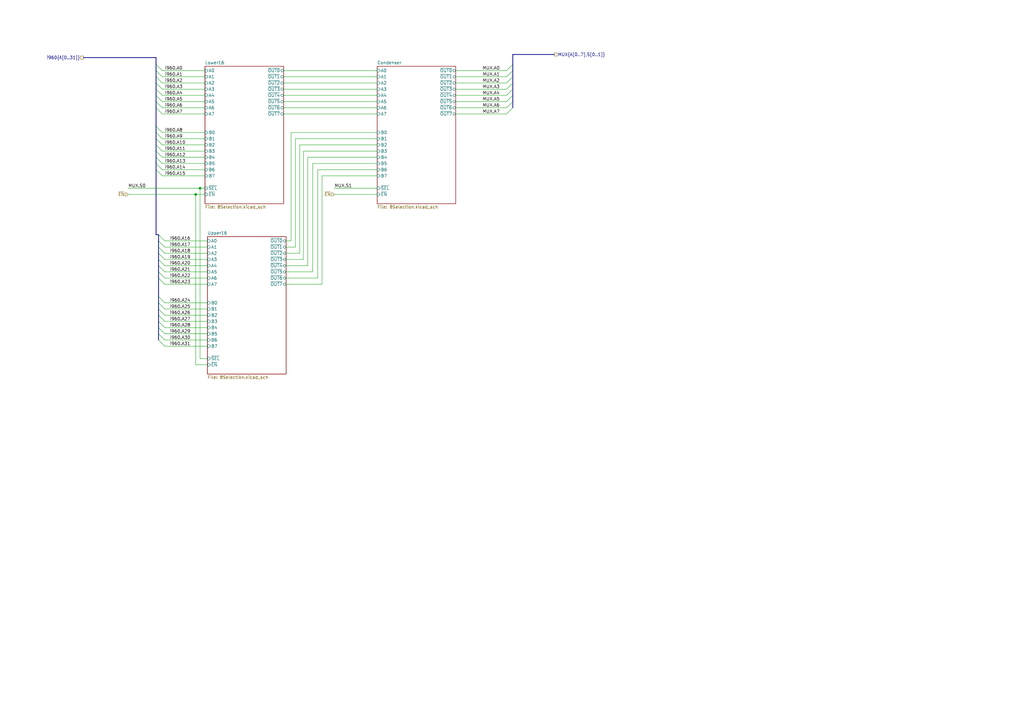
<source format=kicad_sch>
(kicad_sch (version 20211123) (generator eeschema)
  (paper "A3")
  (title_block (date "2022-05-13") (rev "1") (company "Joshua Scoggins"))
  (lib_symbols)
  (junction (at 82.042 77.216))
  (junction (at 80.264 79.756))
  (bus_entry (at 65.024 129.286) (size 2.54 2.54))
  (bus_entry (at 65.024 124.206) (size 2.54 2.54))
  (bus_entry (at 65.024 134.366) (size 2.54 2.54))
  (bus_entry (at 64.008 51.816) (size 2.54 2.54))
  (bus_entry (at 207.772 44.196) (size 2.54 -2.54))
  (bus_entry (at 64.008 69.596) (size 2.54 2.54))
  (bus_entry (at 64.008 28.956) (size 2.54 2.54))
  (bus_entry (at 64.008 34.036) (size 2.54 2.54))
  (bus_entry (at 207.772 36.576) (size 2.54 -2.54))
  (bus_entry (at 65.024 136.906) (size 2.54 2.54))
  (bus_entry (at 207.772 34.036) (size 2.54 -2.54))
  (bus_entry (at 65.024 106.426) (size 2.54 2.54))
  (bus_entry (at 65.024 111.506) (size 2.54 2.54))
  (bus_entry (at 207.772 46.736) (size 2.54 -2.54))
  (bus_entry (at 65.024 131.826) (size 2.54 2.54))
  (bus_entry (at 64.008 56.896) (size 2.54 2.54))
  (bus_entry (at 65.024 103.886) (size 2.54 2.54))
  (bus_entry (at 65.024 96.266) (size 2.54 2.54))
  (bus_entry (at 65.024 126.746) (size 2.54 2.54))
  (bus_entry (at 64.008 59.436) (size 2.54 2.54))
  (bus_entry (at 65.024 114.046) (size 2.54 2.54))
  (bus_entry (at 207.772 41.656) (size 2.54 -2.54))
  (bus_entry (at 64.008 54.356) (size 2.54 2.54))
  (bus_entry (at 64.008 26.416) (size 2.54 2.54))
  (bus_entry (at 64.008 41.656) (size 2.54 2.54))
  (bus_entry (at 65.024 121.666) (size 2.54 2.54))
  (bus_entry (at 64.008 36.576) (size 2.54 2.54))
  (bus_entry (at 64.008 67.056) (size 2.54 2.54))
  (bus_entry (at 64.008 39.116) (size 2.54 2.54))
  (bus_entry (at 207.772 31.496) (size 2.54 -2.54))
  (bus_entry (at 64.008 31.496) (size 2.54 2.54))
  (bus_entry (at 65.024 101.346) (size 2.54 2.54))
  (bus_entry (at 207.772 28.956) (size 2.54 -2.54))
  (bus_entry (at 64.008 44.196) (size 2.54 2.54))
  (bus_entry (at 207.772 39.116) (size 2.54 -2.54))
  (bus_entry (at 65.024 139.446) (size 2.54 2.54))
  (bus_entry (at 65.024 98.806) (size 2.54 2.54))
  (bus_entry (at 65.024 108.966) (size 2.54 2.54))
  (bus_entry (at 64.008 64.516) (size 2.54 2.54))
  (bus_entry (at 64.008 61.976) (size 2.54 2.54))
  (bus (pts (xy 210.312 31.496) (xy 210.312 28.956)))
  (wire (pts (xy 186.944 39.116) (xy 207.772 39.116)))
  (wire (pts (xy 128.27 67.056) (xy 154.686 67.056)))
  (bus (pts (xy 65.024 124.206) (xy 65.024 126.746)))
  (wire (pts (xy 67.564 111.506) (xy 85.09 111.506)))
  (bus (pts (xy 64.008 67.056) (xy 64.008 69.596)))
  (wire (pts (xy 117.348 116.586) (xy 132.08 116.586)))
  (wire (pts (xy 116.332 28.956) (xy 154.686 28.956)))
  (wire (pts (xy 186.944 44.196) (xy 207.772 44.196)))
  (wire (pts (xy 122.936 59.436) (xy 154.686 59.436)))
  (bus (pts (xy 64.008 34.036) (xy 64.008 36.576)))
  (bus (pts (xy 64.008 54.356) (xy 64.008 56.896)))
  (wire (pts (xy 66.548 44.196) (xy 84.074 44.196)))
  (wire (pts (xy 82.042 147.066) (xy 85.09 147.066)))
  (wire (pts (xy 186.944 31.496) (xy 207.772 31.496)))
  (wire (pts (xy 117.348 98.806) (xy 119.38 98.806)))
  (wire (pts (xy 117.348 108.966) (xy 126.238 108.966)))
  (bus (pts (xy 65.024 114.046) (xy 65.024 121.666)))
  (bus (pts (xy 65.024 126.746) (xy 65.024 129.286)))
  (wire (pts (xy 117.348 101.346) (xy 121.158 101.346)))
  (bus (pts (xy 210.312 26.416) (xy 210.312 22.352)))
  (wire (pts (xy 66.548 34.036) (xy 84.074 34.036)))
  (wire (pts (xy 67.564 98.806) (xy 85.09 98.806)))
  (wire (pts (xy 66.548 36.576) (xy 84.074 36.576)))
  (wire (pts (xy 132.08 72.136) (xy 132.08 116.586)))
  (bus (pts (xy 65.024 108.966) (xy 65.024 111.506)))
  (wire (pts (xy 66.548 67.056) (xy 84.074 67.056)))
  (bus (pts (xy 210.312 22.352) (xy 227.33 22.352)))
  (wire (pts (xy 126.238 64.516) (xy 154.686 64.516)))
  (bus (pts (xy 65.024 106.426) (xy 65.024 108.966)))
  (wire (pts (xy 116.332 46.736) (xy 154.686 46.736)))
  (wire (pts (xy 66.548 72.136) (xy 84.074 72.136)))
  (wire (pts (xy 67.564 114.046) (xy 85.09 114.046)))
  (wire (pts (xy 66.548 46.736) (xy 84.074 46.736)))
  (wire (pts (xy 137.16 79.756) (xy 154.686 79.756)))
  (wire (pts (xy 66.548 28.956) (xy 84.074 28.956)))
  (bus (pts (xy 65.024 131.826) (xy 65.024 134.366)))
  (bus (pts (xy 65.024 111.506) (xy 65.024 114.046)))
  (wire (pts (xy 52.578 79.756) (xy 80.264 79.756)))
  (bus (pts (xy 64.008 23.622) (xy 64.008 26.416)))
  (wire (pts (xy 67.564 124.206) (xy 85.09 124.206)))
  (bus (pts (xy 64.008 56.896) (xy 64.008 59.436)))
  (wire (pts (xy 126.238 64.516) (xy 126.238 108.966)))
  (wire (pts (xy 67.564 106.426) (xy 85.09 106.426)))
  (bus (pts (xy 65.024 134.366) (xy 65.024 136.906)))
  (wire (pts (xy 121.158 56.896) (xy 154.686 56.896)))
  (wire (pts (xy 117.348 106.426) (xy 124.46 106.426)))
  (wire (pts (xy 80.264 149.606) (xy 85.09 149.606)))
  (bus (pts (xy 64.008 31.496) (xy 64.008 34.036)))
  (bus (pts (xy 64.008 59.436) (xy 64.008 61.976)))
  (wire (pts (xy 186.944 28.956) (xy 207.772 28.956)))
  (bus (pts (xy 65.024 129.286) (xy 65.024 131.826)))
  (bus (pts (xy 210.312 28.956) (xy 210.312 26.416)))
  (bus (pts (xy 210.312 36.576) (xy 210.312 34.036)))
  (bus (pts (xy 65.024 98.806) (xy 65.024 101.346)))
  (wire (pts (xy 122.936 59.436) (xy 122.936 103.886)))
  (wire (pts (xy 132.08 72.136) (xy 154.686 72.136)))
  (bus (pts (xy 210.312 44.196) (xy 210.312 41.656)))
  (wire (pts (xy 117.348 103.886) (xy 122.936 103.886)))
  (bus (pts (xy 64.008 51.816) (xy 64.008 54.356)))
  (wire (pts (xy 130.302 69.596) (xy 130.302 114.046)))
  (wire (pts (xy 66.548 61.976) (xy 84.074 61.976)))
  (wire (pts (xy 66.548 69.596) (xy 84.074 69.596)))
  (wire (pts (xy 82.042 77.216) (xy 82.042 147.066)))
  (wire (pts (xy 186.944 46.736) (xy 207.772 46.736)))
  (wire (pts (xy 67.564 139.446) (xy 85.09 139.446)))
  (wire (pts (xy 66.548 59.436) (xy 84.074 59.436)))
  (wire (pts (xy 66.548 54.356) (xy 84.074 54.356)))
  (wire (pts (xy 67.564 136.906) (xy 85.09 136.906)))
  (wire (pts (xy 66.548 39.116) (xy 84.074 39.116)))
  (wire (pts (xy 121.158 56.896) (xy 121.158 101.346)))
  (wire (pts (xy 66.548 41.656) (xy 84.074 41.656)))
  (wire (pts (xy 128.27 67.056) (xy 128.27 111.506)))
  (wire (pts (xy 67.564 131.826) (xy 85.09 131.826)))
  (wire (pts (xy 117.348 114.046) (xy 130.302 114.046)))
  (bus (pts (xy 64.008 28.956) (xy 64.008 31.496)))
  (bus (pts (xy 64.008 26.416) (xy 64.008 28.956)))
  (bus (pts (xy 64.008 96.266) (xy 65.024 96.266)))
  (wire (pts (xy 137.16 77.216) (xy 154.686 77.216)))
  (wire (pts (xy 82.042 77.216) (xy 84.074 77.216)))
  (wire (pts (xy 116.332 41.656) (xy 154.686 41.656)))
  (wire (pts (xy 186.944 36.576) (xy 207.772 36.576)))
  (wire (pts (xy 116.332 34.036) (xy 154.686 34.036)))
  (bus (pts (xy 210.312 39.116) (xy 210.312 36.576)))
  (wire (pts (xy 80.264 79.756) (xy 80.264 149.606)))
  (wire (pts (xy 80.264 79.756) (xy 84.074 79.756)))
  (bus (pts (xy 34.29 23.622) (xy 64.008 23.622)))
  (bus (pts (xy 64.008 39.116) (xy 64.008 41.656)))
  (bus (pts (xy 64.008 44.196) (xy 64.008 51.816)))
  (bus (pts (xy 210.312 41.656) (xy 210.312 39.116)))
  (wire (pts (xy 119.38 54.356) (xy 154.686 54.356)))
  (bus (pts (xy 65.024 121.666) (xy 65.024 124.206)))
  (wire (pts (xy 116.332 39.116) (xy 154.686 39.116)))
  (wire (pts (xy 117.348 111.506) (xy 128.27 111.506)))
  (wire (pts (xy 124.46 61.976) (xy 124.46 106.426)))
  (wire (pts (xy 186.944 41.656) (xy 207.772 41.656)))
  (wire (pts (xy 67.564 134.366) (xy 85.09 134.366)))
  (bus (pts (xy 64.008 64.516) (xy 64.008 67.056)))
  (wire (pts (xy 67.564 129.286) (xy 85.09 129.286)))
  (wire (pts (xy 130.302 69.596) (xy 154.686 69.596)))
  (bus (pts (xy 65.024 136.906) (xy 65.024 139.446)))
  (bus (pts (xy 64.008 69.596) (xy 64.008 96.266)))
  (bus (pts (xy 64.008 41.656) (xy 64.008 44.196)))
  (wire (pts (xy 124.46 61.976) (xy 154.686 61.976)))
  (wire (pts (xy 67.564 116.586) (xy 85.09 116.586)))
  (wire (pts (xy 116.332 36.576) (xy 154.686 36.576)))
  (wire (pts (xy 52.578 77.216) (xy 82.042 77.216)))
  (bus (pts (xy 65.024 96.266) (xy 65.024 98.806)))
  (wire (pts (xy 67.564 101.346) (xy 85.09 101.346)))
  (bus (pts (xy 64.008 61.976) (xy 64.008 64.516)))
  (wire (pts (xy 67.564 126.746) (xy 85.09 126.746)))
  (bus (pts (xy 64.008 36.576) (xy 64.008 39.116)))
  (wire (pts (xy 67.564 141.986) (xy 85.09 141.986)))
  (wire (pts (xy 66.548 31.496) (xy 84.074 31.496)))
  (bus (pts (xy 65.024 103.886) (xy 65.024 106.426)))
  (wire (pts (xy 116.332 31.496) (xy 154.686 31.496)))
  (wire (pts (xy 186.944 34.036) (xy 207.772 34.036)))
  (bus (pts (xy 65.024 101.346) (xy 65.024 103.886)))
  (wire (pts (xy 119.38 54.356) (xy 119.38 98.806)))
  (bus (pts (xy 210.312 34.036) (xy 210.312 31.496)))
  (wire (pts (xy 116.332 44.196) (xy 154.686 44.196)))
  (wire (pts (xy 66.548 56.896) (xy 84.074 56.896)))
  (wire (pts (xy 66.548 64.516) (xy 84.074 64.516)))
  (wire (pts (xy 67.564 108.966) (xy 85.09 108.966)))
  (wire (pts (xy 67.564 103.886) (xy 85.09 103.886)))
  (label "i960.A2" (at 67.564 34.036 0))
  (label "i960.A12" (at 67.564 64.516 0))
  (label "i960.A7" (at 67.564 46.736 0))
  (label "MUX.S0" (at 52.578 77.216 0))
  (label "i960.A4" (at 67.564 39.116 0))
  (label "MUX.A0" (at 204.978 28.956 180))
  (label "MUX.A5" (at 204.978 41.656 180))
  (label "i960.A28" (at 69.596 134.366 0))
  (label "i960.A19" (at 69.596 106.426 0))
  (label "i960.A20" (at 69.596 108.966 0))
  (label "MUX.S1" (at 137.16 77.216 0))
  (label "i960.A5" (at 67.564 41.656 0))
  (label "MUX.A3" (at 204.978 36.576 180))
  (label "i960.A18" (at 69.596 103.886 0))
  (label "i960.A30" (at 69.596 139.446 0))
  (label "i960.A11" (at 67.564 61.976 0))
  (label "MUX.A1" (at 204.978 31.496 180))
  (label "i960.A29" (at 69.596 136.906 0))
  (label "i960.A13" (at 67.564 67.056 0))
  (label "MUX.A6" (at 204.978 44.196 180))
  (label "i960.A3" (at 67.564 36.576 0))
  (label "i960.A23" (at 69.596 116.586 0))
  (label "i960.A1" (at 67.564 31.496 0))
  (label "MUX.A2" (at 204.978 34.036 180))
  (label "i960.A26" (at 69.596 129.286 0))
  (label "i960.A16" (at 69.596 98.806 0))
  (label "i960.A14" (at 67.564 69.596 0))
  (label "i960.A9" (at 67.564 56.896 0))
  (label "MUX.A4" (at 204.978 39.116 180))
  (label "i960.A31" (at 69.596 141.986 0))
  (label "i960.A17" (at 69.596 101.346 0))
  (label "i960.A8" (at 67.564 54.356 0))
  (label "i960.A27" (at 69.596 131.826 0))
  (label "i960.A10" (at 67.564 59.436 0))
  (label "i960.A24" (at 69.596 124.206 0))
  (label "i960.A21" (at 69.596 111.506 0))
  (label "i960.A22" (at 69.596 114.046 0))
  (label "i960.A15" (at 67.564 72.136 0))
  (label "i960.A0" (at 67.564 28.956 0))
  (label "MUX.A7" (at 204.978 46.736 180))
  (label "i960.A25" (at 69.596 126.746 0))
  (label "i960.A6" (at 67.564 44.196 0))
  (hierarchical_label "~{EN}" (shape input) (at 52.578 79.756 180))
  (hierarchical_label "~{EN}" (shape input) (at 137.16 79.756 180))
  (hierarchical_label "MUX{A[0..7],S[0..1]}" (shape passive) (at 227.33 22.352 0))
  (hierarchical_label "i960{A[0..31]}" (shape passive) (at 34.29 23.622 180))
  (sheet (at 84.074 27.178) (size 32.258 56.388) (stroke (width 0.1524))
    (property "Sheet name" "Lower16" (at 84.074 26.4664 0) (effects (justify left bottom)))
    (property "Sheet file" "8Selection.kicad_sch" (at 84.074 84.1506 0) (effects (justify left top)))
    (pin "B6" input (at 84.074 69.596 180))
    (pin "B7" input (at 84.074 72.136 180))
    (pin "B5" input (at 84.074 67.056 180))
    (pin "A6" input (at 84.074 44.196 180))
    (pin "A4" input (at 84.074 39.116 180))
    (pin "A7" input (at 84.074 46.736 180))
    (pin "A5" input (at 84.074 41.656 180))
    (pin "B4" input (at 84.074 64.516 180))
    (pin "A1" input (at 84.074 31.496 180))
    (pin "A0" input (at 84.074 28.956 180))
    (pin "A2" input (at 84.074 34.036 180))
    (pin "A3" input (at 84.074 36.576 180))
    (pin "B0" input (at 84.074 54.356 180))
    (pin "B2" input (at 84.074 59.436 180))
    (pin "B1" input (at 84.074 56.896 180))
    (pin "B3" input (at 84.074 61.976 180))
    (pin "~{SEL}" input (at 84.074 77.216 180))
    (pin "~{EN}" input (at 84.074 79.756 180))
    (pin "~{OUT4}" tri_state (at 116.332 39.116 0))
    (pin "~{OUT5}" tri_state (at 116.332 41.656 0))
    (pin "~{OUT6}" tri_state (at 116.332 44.196 0))
    (pin "~{OUT7}" tri_state (at 116.332 46.736 0))
    (pin "~{OUT0}" tri_state (at 116.332 28.956 0))
    (pin "~{OUT1}" tri_state (at 116.332 31.496 0))
    (pin "~{OUT2}" tri_state (at 116.332 34.036 0))
    (pin "~{OUT3}" tri_state (at 116.332 36.576 0))
  )
  (sheet (at 85.09 97.028) (size 32.258 56.388) (stroke (width 0.1524))
    (property "Sheet name" "Upper16" (at 85.09 96.3164 0) (effects (justify left bottom)))
    (property "Sheet file" "8Selection.kicad_sch" (at 85.09 154.0006 0) (effects (justify left top)))
    (pin "B6" input (at 85.09 139.446 180))
    (pin "B7" input (at 85.09 141.986 180))
    (pin "B5" input (at 85.09 136.906 180))
    (pin "A6" input (at 85.09 114.046 180))
    (pin "A4" input (at 85.09 108.966 180))
    (pin "A7" input (at 85.09 116.586 180))
    (pin "A5" input (at 85.09 111.506 180))
    (pin "B4" input (at 85.09 134.366 180))
    (pin "A1" input (at 85.09 101.346 180))
    (pin "A0" input (at 85.09 98.806 180))
    (pin "A2" input (at 85.09 103.886 180))
    (pin "A3" input (at 85.09 106.426 180))
    (pin "B0" input (at 85.09 124.206 180))
    (pin "B2" input (at 85.09 129.286 180))
    (pin "B1" input (at 85.09 126.746 180))
    (pin "B3" input (at 85.09 131.826 180))
    (pin "~{SEL}" input (at 85.09 147.066 180))
    (pin "~{EN}" input (at 85.09 149.606 180))
    (pin "~{OUT4}" tri_state (at 117.348 108.966 0))
    (pin "~{OUT5}" tri_state (at 117.348 111.506 0))
    (pin "~{OUT6}" tri_state (at 117.348 114.046 0))
    (pin "~{OUT7}" tri_state (at 117.348 116.586 0))
    (pin "~{OUT0}" tri_state (at 117.348 98.806 0))
    (pin "~{OUT1}" tri_state (at 117.348 101.346 0))
    (pin "~{OUT2}" tri_state (at 117.348 103.886 0))
    (pin "~{OUT3}" tri_state (at 117.348 106.426 0))
  )
  (sheet (at 154.686 27.178) (size 32.258 56.388) (stroke (width 0.1524))
    (property "Sheet name" "Condenser" (at 154.686 26.4664 0) (effects (justify left bottom)))
    (property "Sheet file" "8Selection.kicad_sch" (at 154.686 84.1506 0) (effects (justify left top)))
    (pin "B6" input (at 154.686 69.596 180))
    (pin "B7" input (at 154.686 72.136 180))
    (pin "B5" input (at 154.686 67.056 180))
    (pin "A6" input (at 154.686 44.196 180))
    (pin "A4" input (at 154.686 39.116 180))
    (pin "A7" input (at 154.686 46.736 180))
    (pin "A5" input (at 154.686 41.656 180))
    (pin "B4" input (at 154.686 64.516 180))
    (pin "A1" input (at 154.686 31.496 180))
    (pin "A0" input (at 154.686 28.956 180))
    (pin "A2" input (at 154.686 34.036 180))
    (pin "A3" input (at 154.686 36.576 180))
    (pin "B0" input (at 154.686 54.356 180))
    (pin "B2" input (at 154.686 59.436 180))
    (pin "B1" input (at 154.686 56.896 180))
    (pin "B3" input (at 154.686 61.976 180))
    (pin "~{SEL}" input (at 154.686 77.216 180))
    (pin "~{EN}" input (at 154.686 79.756 180))
    (pin "~{OUT4}" tri_state (at 186.944 39.116 0))
    (pin "~{OUT5}" tri_state (at 186.944 41.656 0))
    (pin "~{OUT6}" tri_state (at 186.944 44.196 0))
    (pin "~{OUT7}" tri_state (at 186.944 46.736 0))
    (pin "~{OUT0}" tri_state (at 186.944 28.956 0))
    (pin "~{OUT1}" tri_state (at 186.944 31.496 0))
    (pin "~{OUT2}" tri_state (at 186.944 34.036 0))
    (pin "~{OUT3}" tri_state (at 186.944 36.576 0))
  )
)
</source>
